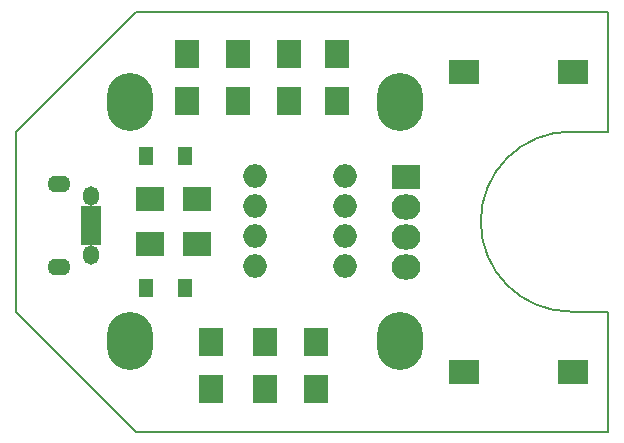
<source format=gbr>
G04 #@! TF.FileFunction,Soldermask,Top*
%FSLAX46Y46*%
G04 Gerber Fmt 4.6, Leading zero omitted, Abs format (unit mm)*
G04 Created by KiCad (PCBNEW 4.0.2-stable) date 2016-11-20 00:38:07*
%MOMM*%
G01*
G04 APERTURE LIST*
%ADD10C,0.100000*%
%ADD11C,0.150000*%
%ADD12O,3.900000X4.900000*%
%ADD13R,1.750000X0.800000*%
%ADD14O,1.350000X1.650000*%
%ADD15O,1.950000X1.400000*%
%ADD16O,2.000000X2.000000*%
%ADD17R,2.000000X2.400000*%
%ADD18R,1.310000X1.620000*%
%ADD19R,2.100000X2.400000*%
%ADD20R,2.400000X2.100000*%
%ADD21R,2.580000X2.000000*%
%ADD22R,2.432000X2.127200*%
%ADD23O,2.432000X2.127200*%
G04 APERTURE END LIST*
D10*
D11*
X185420000Y-125730000D02*
X188595000Y-125730000D01*
X188595000Y-110490000D02*
X185420000Y-110490000D01*
X185420000Y-110490000D02*
G75*
G03X177800000Y-118110000I0J-7620000D01*
G01*
X138430000Y-125730000D02*
X138430000Y-124460000D01*
X148590000Y-135890000D02*
X138430000Y-125730000D01*
X149860000Y-135890000D02*
X148590000Y-135890000D01*
X149860000Y-135890000D02*
X188595000Y-135890000D01*
X148590000Y-100330000D02*
X188595000Y-100330000D01*
X138430000Y-110490000D02*
X148590000Y-100330000D01*
X177800000Y-118110000D02*
G75*
G03X185420000Y-125730000I7620000J0D01*
G01*
X138430000Y-124460000D02*
X138430000Y-113030000D01*
X188595000Y-125730000D02*
X188595000Y-135890000D01*
X188595000Y-100330000D02*
X188595000Y-110490000D01*
X138430000Y-113030000D02*
X138430000Y-110490000D01*
D12*
X148082000Y-128244600D03*
X148082000Y-107950000D03*
X170942000Y-128244600D03*
X170942000Y-107975400D03*
D13*
X144818540Y-117126600D03*
X144818540Y-117776600D03*
X144818540Y-118426600D03*
X144818540Y-119076600D03*
X144818540Y-119726600D03*
D14*
X144818540Y-115926600D03*
X144818540Y-120926600D03*
D15*
X142118540Y-114926600D03*
X142118540Y-121926600D03*
D16*
X158724600Y-114274600D03*
X158724600Y-116814600D03*
X158724600Y-119354600D03*
X158724600Y-121894600D03*
X166344600Y-121894600D03*
X166344600Y-119354600D03*
X166344600Y-116814600D03*
X166344600Y-114274600D03*
D17*
X161544000Y-103918000D03*
X161544000Y-107918000D03*
X165608000Y-103918000D03*
X165608000Y-107918000D03*
D18*
X152765000Y-112522000D03*
X149495000Y-112522000D03*
X152765000Y-123698000D03*
X149495000Y-123698000D03*
D19*
X152908000Y-103918000D03*
X152908000Y-107918000D03*
D20*
X153765000Y-116205000D03*
X149765000Y-116205000D03*
X153765000Y-120015000D03*
X149765000Y-120015000D03*
D19*
X157226000Y-103918000D03*
X157226000Y-107918000D03*
X154940000Y-128302000D03*
X154940000Y-132302000D03*
X159512000Y-128302000D03*
X159512000Y-132302000D03*
X163830000Y-132302000D03*
X163830000Y-128302000D03*
D21*
X185577430Y-105412320D03*
X176372570Y-105407680D03*
X176372570Y-130807680D03*
X185577430Y-130812320D03*
D22*
X171450000Y-114300000D03*
D23*
X171450000Y-116840000D03*
X171450000Y-119380000D03*
X171450000Y-121920000D03*
M02*

</source>
